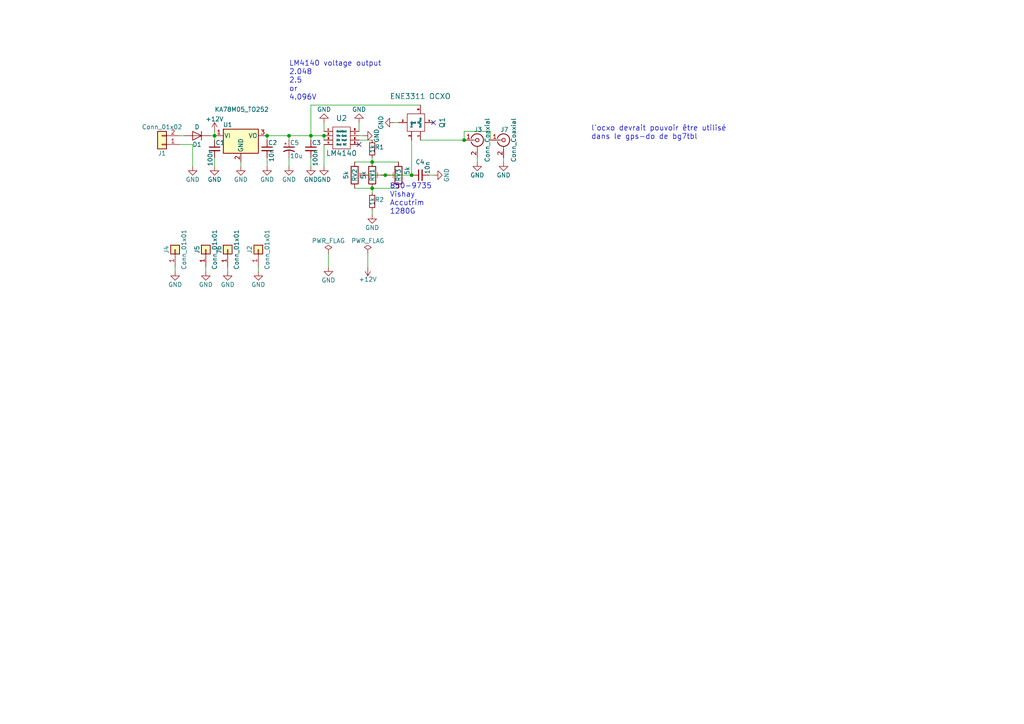
<source format=kicad_sch>
(kicad_sch (version 20211123) (generator eeschema)
  (paper "A4")
  (lib_symbols
    (symbol "ene3311:ENE3311" (pin_names (offset 1.016))
      (property "Reference" "Q" (at 0 8.89 0))
      (property "Value" "ene3311_ENE3311" (at 0 -6.35 0))
      (symbol "ENE3311_0_1"
        (rectangle (start -2.54 3.81) (end 2.54 -1.27))
      )
      (symbol "ENE3311_1_1"
        (pin input line (at 5.08 2.54 180) (length 2.4892) (name "Out") (number "1"))
        (pin input line (at 0 -3.81 90) (length 2.4892) (name "Gnd") (number "2"))
        (pin input line (at 5.08 0 180) (length 2.4892) (name "Vref") (number "3"))
        (pin input line (at 0 6.35 270) (length 2.4892) (name "NC") (number "4"))
        (pin input line (at -5.08 2.54 0) (length 2.4892) (name "Vcc") (number "5"))
      )
    )
    (symbol "lm4140:LM4140" (pin_names (offset 1.016))
      (property "Reference" "U" (at 0 12.7 0))
      (property "Value" "lm4140_LM4140" (at 0 -11.43 0))
      (symbol "LM4140_0_1"
        (rectangle (start -2.54 2.54) (end 2.54 -3.81))
      )
      (symbol "LM4140_1_1"
        (pin input line (at -5.08 1.27 0) (length 2.4892) (name "Gnd") (number "1"))
        (pin input line (at -5.08 0 0) (length 2.4892) (name "Vin") (number "2"))
        (pin input line (at -5.08 -1.27 0) (length 2.4892) (name "EN") (number "3"))
        (pin input line (at -5.08 -2.54 0) (length 2.4892) (name "Gnd") (number "4"))
        (pin input line (at 5.08 -2.54 180) (length 2.4892) (name "NC") (number "5"))
        (pin input line (at 5.08 -1.27 180) (length 2.4892) (name "Vref") (number "6"))
        (pin input line (at 5.08 0 180) (length 2.4892) (name "Gnd") (number "7"))
        (pin input line (at 5.08 1.27 180) (length 2.4892) (name "Gnd") (number "8"))
      )
    )
    (symbol "ocxo-rescue:+12V" (power) (pin_names (offset 0))
      (property "Value" "+12V" (at 0 3.556 0))
      (symbol "+12V_0_1"
        (polyline (pts (xy -0.762 1.27) (xy 0 2.54)))
        (polyline (pts (xy 0 0) (xy 0 2.54)))
        (polyline (pts (xy 0 2.54) (xy 0.762 1.27)))
      )
      (symbol "+12V_1_1"
        (pin power_in line (at 0 0 90) (length 0) hide (name "+12V") (number "1"))
      )
    )
    (symbol "ocxo-rescue:CP1_Small" (pin_numbers hide) (pin_names (offset 0.254) hide)
      (property "Reference" "C" (at 0.254 1.778 0))
      (property "Value" "CP1_Small" (at 0.254 -2.032 0))
      (symbol "CP1_Small_0_1"
        (polyline (pts (xy -1.524 0.508) (xy 1.524 0.508)) (stroke (width 0.3048)))
        (polyline (pts (xy -1.27 1.524) (xy -0.762 1.524)))
        (polyline (pts (xy -1.016 1.27) (xy -1.016 1.778)))
        (arc (start 1.524 -0.762) (mid 0 -0.3734) (end -1.524 -0.762) (stroke (width 0.3048)))
      )
      (symbol "CP1_Small_1_1"
        (pin passive line (at 0 2.54 270) (length 2.032) (name "~") (number "1"))
        (pin passive line (at 0 -2.54 90) (length 2.032) (name "~") (number "2"))
      )
    )
    (symbol "ocxo-rescue:C_Small" (pin_numbers hide) (pin_names (offset 0.254) hide)
      (property "Reference" "C" (at 0.254 1.778 0))
      (property "Value" "C_Small" (at 0.254 -2.032 0))
      (symbol "C_Small_0_1"
        (polyline (pts (xy -1.524 -0.508) (xy 1.524 -0.508)) (stroke (width 0.3302)))
        (polyline (pts (xy -1.524 0.508) (xy 1.524 0.508)) (stroke (width 0.3048)))
      )
      (symbol "C_Small_1_1"
        (pin passive line (at 0 2.54 270) (length 2.032) (name "~") (number "1"))
        (pin passive line (at 0 -2.54 90) (length 2.032) (name "~") (number "2"))
      )
    )
    (symbol "ocxo-rescue:Conn_01x01" (pin_names (offset 1.016) hide)
      (property "Reference" "J" (at 0 2.54 0))
      (property "Value" "Conn_01x01" (at 0 -2.54 0))
      (symbol "Conn_01x01_1_1"
        (rectangle (start -1.27 0.127) (end 0 -0.127) (stroke (width 0.1524)))
        (rectangle (start -1.27 1.27) (end 1.27 -1.27) (stroke (width 0.254)) (fill (type background)))
        (pin passive line (at -5.08 0 0) (length 3.81) (name "Pin_1") (number "1"))
      )
    )
    (symbol "ocxo-rescue:Conn_01x02" (pin_names (offset 1.016) hide)
      (property "Reference" "J" (at 0 2.54 0))
      (property "Value" "Conn_01x02" (at 0 -5.08 0))
      (symbol "Conn_01x02_1_1"
        (rectangle (start -1.27 -2.413) (end 0 -2.667) (stroke (width 0.1524)))
        (rectangle (start -1.27 0.127) (end 0 -0.127) (stroke (width 0.1524)))
        (rectangle (start -1.27 1.27) (end 1.27 -3.81) (stroke (width 0.254)) (fill (type background)))
        (pin passive line (at -5.08 0 0) (length 3.81) (name "Pin_1") (number "1"))
        (pin passive line (at -5.08 -2.54 0) (length 3.81) (name "Pin_2") (number "2"))
      )
    )
    (symbol "ocxo-rescue:Conn_Coaxial" (pin_names (offset 1.016) hide)
      (property "Reference" "J" (at 0.254 3.048 0))
      (property "Value" "Conn_Coaxial" (at 2.921 0 90))
      (symbol "Conn_Coaxial_0_1"
        (arc (start -1.778 -0.508) (mid 0.2311 -1.8066) (end 1.778 0) (stroke (width 0.254)))
        (polyline (pts (xy -1.27 0) (xy -0.508 0)))
        (polyline (pts (xy 0 -2.54) (xy 0 -1.778)))
        (circle (center 0 0) (radius 0.508) (stroke (width 0.2032)))
        (arc (start 1.778 0) (mid 0.2099 1.8101) (end -1.778 0.508) (stroke (width 0.254)))
      )
      (symbol "Conn_Coaxial_1_1"
        (pin passive line (at -3.81 0 0) (length 2.54) (name "In") (number "1"))
        (pin passive line (at 0 -5.08 90) (length 2.54) (name "Ext") (number "2"))
      )
    )
    (symbol "ocxo-rescue:D" (pin_numbers hide) (pin_names (offset 1.016) hide)
      (property "Reference" "D" (at 0 2.54 0))
      (property "Value" "D" (at 0 -2.54 0))
      (symbol "D_0_1"
        (polyline (pts (xy -1.27 1.27) (xy -1.27 -1.27)) (stroke (width 0.2032)))
        (polyline (pts (xy 1.27 0) (xy -1.27 0)))
        (polyline (pts (xy 1.27 1.27) (xy 1.27 -1.27) (xy -1.27 0) (xy 1.27 1.27)) (stroke (width 0.2032)))
      )
      (symbol "D_1_1"
        (pin passive line (at -3.81 0 0) (length 2.54) (name "K") (number "1"))
        (pin passive line (at 3.81 0 180) (length 2.54) (name "A") (number "2"))
      )
    )
    (symbol "ocxo-rescue:GND" (power) (pin_names (offset 0))
      (property "Value" "GND" (at 0 -3.81 0))
      (symbol "GND_0_1"
        (polyline (pts (xy 0 0) (xy 0 -1.27) (xy 1.27 -1.27) (xy 0 -2.54) (xy -1.27 -1.27) (xy 0 -1.27)))
      )
      (symbol "GND_1_1"
        (pin power_in line (at 0 0 270) (length 0) hide (name "GND") (number "1"))
      )
    )
    (symbol "ocxo-rescue:KA78M05_TO252" (pin_names (offset 0.254))
      (property "Reference" "U" (at -3.81 3.175 0))
      (property "Value" "KA78M05_TO252" (at 0 3.175 0))
      (symbol "KA78M05_TO252_0_1"
        (rectangle (start -5.08 1.905) (end 5.08 -5.08) (stroke (width 0.254)) (fill (type background)))
      )
      (symbol "KA78M05_TO252_1_1"
        (pin power_in line (at -7.62 0 0) (length 2.54) (name "VI") (number "1"))
        (pin power_in line (at 0 -7.62 90) (length 2.54) (name "GND") (number "2"))
        (pin power_out line (at 7.62 0 180) (length 2.54) (name "VO") (number "3"))
      )
    )
    (symbol "ocxo-rescue:POT_TRIM" (pin_numbers hide) (pin_names (offset 1.016) hide)
      (property "Reference" "RV" (at -4.445 0 90))
      (property "Value" "POT_TRIM" (at -2.54 0 90))
      (symbol "POT_TRIM_0_1"
        (polyline (pts (xy 1.524 0.762) (xy 1.524 -0.762)))
        (polyline (pts (xy 2.54 0) (xy 1.524 0)))
        (rectangle (start 1.016 2.54) (end -1.016 -2.54) (stroke (width 0.254)))
      )
      (symbol "POT_TRIM_1_1"
        (pin passive line (at 0 3.81 270) (length 1.27) (name "1") (number "1"))
        (pin passive line (at 3.81 0 180) (length 1.27) (name "2") (number "2"))
        (pin passive line (at 0 -3.81 90) (length 1.27) (name "3") (number "3"))
      )
    )
    (symbol "ocxo-rescue:PWR_FLAG" (power) (pin_numbers hide) (pin_names (offset 0) hide)
      (property "Value" "PWR_FLAG" (at 0 3.81 0))
      (symbol "PWR_FLAG_0_0"
        (pin power_out line (at 0 0 90) (length 0) (name "pwr") (number "1"))
      )
      (symbol "PWR_FLAG_0_1"
        (polyline (pts (xy 0 0) (xy 0 1.27) (xy -1.016 1.905) (xy 0 2.54) (xy 1.016 1.905) (xy 0 1.27)))
      )
    )
    (symbol "ocxo-rescue:R_Small" (pin_numbers hide) (pin_names (offset 0.254) hide)
      (property "Reference" "R" (at 0.762 0.508 0))
      (property "Value" "R_Small" (at 0.762 -1.016 0))
      (symbol "R_Small_0_1"
        (rectangle (start -0.762 1.778) (end 0.762 -1.778) (stroke (width 0.2032)))
      )
      (symbol "R_Small_1_1"
        (pin passive line (at 0 2.54 270) (length 0.762) (name "~") (number "1"))
        (pin passive line (at 0 -2.54 90) (length 0.762) (name "~") (number "2"))
      )
    )
  )
  (junction (at 93.98 39.37))
  (junction (at 119.38 50.8))
  (junction (at 62.23 39.37))
  (junction (at 107.95 54.61))
  (junction (at 90.17 39.37))
  (junction (at 107.95 46.99))
  (junction (at 134.62 40.64))
  (junction (at 77.47 39.37))
  (junction (at 111.76 50.8))
  (junction (at 83.82 39.37))
  (no_connect (at 125.73 35.56))
  (no_connect (at 104.14 41.91))
  (wire (pts (xy 107.95 60.96) (xy 107.95 62.23)))
  (wire (pts (xy 50.8 77.47) (xy 50.8 78.74)))
  (wire (pts (xy 102.87 46.99) (xy 107.95 46.99)))
  (wire (pts (xy 55.88 41.91) (xy 55.88 48.26)))
  (wire (pts (xy 107.95 54.61) (xy 115.57 54.61)))
  (wire (pts (xy 62.23 45.72) (xy 62.23 48.26)))
  (wire (pts (xy 142.24 40.64) (xy 142.24 38.1)))
  (wire (pts (xy 124.46 50.8) (xy 125.73 50.8)))
  (wire (pts (xy 104.14 35.56) (xy 104.14 38.1)))
  (wire (pts (xy 134.62 38.1) (xy 134.62 40.64)))
  (wire (pts (xy 95.25 73.66) (xy 95.25 77.47)))
  (wire (pts (xy 69.85 48.26) (xy 69.85 46.99)))
  (wire (pts (xy 142.24 38.1) (xy 134.62 38.1)))
  (wire (pts (xy 90.17 30.48) (xy 90.17 39.37)))
  (wire (pts (xy 62.23 39.37) (xy 60.96 39.37)))
  (wire (pts (xy 107.95 54.61) (xy 107.95 55.88)))
  (wire (pts (xy 115.57 35.56) (xy 114.3 35.56)))
  (wire (pts (xy 90.17 39.37) (xy 90.17 40.64)))
  (wire (pts (xy 93.98 41.91) (xy 93.98 48.26)))
  (wire (pts (xy 93.98 39.37) (xy 93.98 40.64)))
  (wire (pts (xy 62.23 38.1) (xy 62.23 39.37)))
  (wire (pts (xy 90.17 45.72) (xy 90.17 48.26)))
  (wire (pts (xy 62.23 39.37) (xy 62.23 40.64)))
  (wire (pts (xy 107.95 46.99) (xy 115.57 46.99)))
  (wire (pts (xy 102.87 54.61) (xy 107.95 54.61)))
  (wire (pts (xy 59.69 77.47) (xy 59.69 78.74)))
  (wire (pts (xy 77.47 45.72) (xy 77.47 48.26)))
  (wire (pts (xy 83.82 45.72) (xy 83.82 48.26)))
  (wire (pts (xy 121.92 40.64) (xy 134.62 40.64)))
  (wire (pts (xy 90.17 39.37) (xy 93.98 39.37)))
  (wire (pts (xy 107.95 40.64) (xy 104.14 40.64)))
  (wire (pts (xy 93.98 35.56) (xy 93.98 38.1)))
  (wire (pts (xy 66.04 77.47) (xy 66.04 78.74)))
  (wire (pts (xy 107.95 45.72) (xy 107.95 46.99)))
  (wire (pts (xy 106.68 73.66) (xy 106.68 77.47)))
  (wire (pts (xy 83.82 39.37) (xy 90.17 39.37)))
  (wire (pts (xy 77.47 39.37) (xy 77.47 40.64)))
  (wire (pts (xy 83.82 40.64) (xy 83.82 39.37)))
  (wire (pts (xy 138.43 45.72) (xy 138.43 46.99)))
  (wire (pts (xy 121.92 30.48) (xy 90.17 30.48)))
  (wire (pts (xy 119.38 50.8) (xy 119.38 40.64)))
  (wire (pts (xy 111.76 50.8) (xy 119.38 50.8)))
  (wire (pts (xy 55.88 41.91) (xy 52.07 41.91)))
  (wire (pts (xy 106.68 50.8) (xy 111.76 50.8)))
  (wire (pts (xy 74.93 77.47) (xy 74.93 78.74)))
  (wire (pts (xy 77.47 39.37) (xy 83.82 39.37)))
  (wire (pts (xy 105.41 39.37) (xy 104.14 39.37)))
  (wire (pts (xy 53.34 39.37) (xy 52.07 39.37)))
  (wire (pts (xy 146.05 45.72) (xy 146.05 46.99)))
  (text "LM4140 voltage output\n2.048\n2.5\nor \n4.096V \n" (at 83.82 29.21 0) (effects (font (size 1.524 1.524)) (justify left bottom)))
  (text "850-9735\nVishay \nAccutrim \n1280G\n\n" (at 113.03 64.77 0) (effects (font (size 1.524 1.524)) (justify left bottom)))
  (text "l'ocxo devrait pouvoir être utilisé \ndans le gps-do de bg7tbl" (at 171.45 40.64 0) (effects (font (size 1.524 1.524)) (justify left bottom)))
  (symbol (lib_id "ocxo-rescue:KA78M05_TO252") (at 69.85 39.37 0) (unit 1)
    (property "Reference" "U1" (at 66.04 36.195 0))
    (property "Value" "KA78M05_TO252" (at 62.23 31.75 0) (effects (justify left)))
    (property "Footprint" "TO_SOT_Packages_SMD:TO-252-2Lead" (effects hide))
  )
  (symbol (lib_id "ene3311:ENE3311") (at 119.38 35.56 270) (unit 1)
    (property "Reference" "Q1" (at 128.27 35.56 0) (effects (font (size 1.524 1.524))))
    (property "Value" "ENE3311 OCXO" (at 121.92 27.94 90) (effects (font (size 1.524 1.524))))
    (property "Footprint" "ENE3311:ENE3311" (effects hide))
  )
  (symbol (lib_id "lm4140:LM4140") (at 99.06 39.37 0) (unit 1)
    (property "Reference" "U2" (at 99.06 34.29 0) (effects (font (size 1.524 1.524))))
    (property "Value" "LM4140" (at 99.06 44.45 0) (effects (font (size 1.524 1.524))))
    (property "Footprint" "SMD_Packages:SOIC-8-N" (effects hide))
  )
  (symbol (lib_id "ocxo-rescue:C_Small") (at 77.47 43.18 0) (unit 1)
    (property "Reference" "C2" (at 77.724 41.402 0) (effects (justify left)))
    (property "Value" "10n" (at 78.74 46.99 90) (effects (justify left)))
    (property "Footprint" "Capacitors_SMD:C_0805_HandSoldering" (effects hide))
  )
  (symbol (lib_id "ocxo-rescue:C_Small") (at 90.17 43.18 0) (unit 1)
    (property "Reference" "C3" (at 90.424 41.402 0) (effects (justify left)))
    (property "Value" "100n" (at 91.44 48.26 90) (effects (justify left)))
    (property "Footprint" "Capacitors_SMD:C_1206_HandSoldering" (effects hide))
  )
  (symbol (lib_id "ocxo-rescue:C_Small") (at 62.23 43.18 0) (unit 1)
    (property "Reference" "C1" (at 62.484 41.402 0) (effects (justify left)))
    (property "Value" "100n" (at 60.96 48.26 90) (effects (justify left)))
    (property "Footprint" "Capacitors_SMD:C_1206_HandSoldering" (effects hide))
  )
  (symbol (lib_id "ocxo-rescue:GND") (at 95.25 77.47 0) (unit 1)
    (property "Reference" "#PWR01" (effects hide))
    (property "Value" "GND" (at 95.25 81.28 0))
  )
  (symbol (lib_id "ocxo-rescue:PWR_FLAG") (at 95.25 73.66 0) (unit 1)
    (property "Reference" "#FLG02" (effects hide))
    (property "Value" "PWR_FLAG" (at 95.25 69.85 0))
  )
  (symbol (lib_id "ocxo-rescue:+12V") (at 106.68 77.47 180) (unit 1)
    (property "Reference" "#PWR03" (effects hide))
    (property "Value" "+12V" (at 106.68 81.026 0))
  )
  (symbol (lib_id "ocxo-rescue:+12V") (at 62.23 38.1 0) (unit 1)
    (property "Reference" "#PWR04" (effects hide))
    (property "Value" "+12V" (at 62.23 34.544 0))
  )
  (symbol (lib_id "ocxo-rescue:GND") (at 93.98 48.26 0) (unit 1)
    (property "Reference" "#PWR05" (effects hide))
    (property "Value" "GND" (at 93.98 52.07 0))
  )
  (symbol (lib_id "ocxo-rescue:GND") (at 62.23 48.26 0) (unit 1)
    (property "Reference" "#PWR06" (effects hide))
    (property "Value" "GND" (at 62.23 52.07 0))
  )
  (symbol (lib_id "ocxo-rescue:GND") (at 77.47 48.26 0) (unit 1)
    (property "Reference" "#PWR07" (effects hide))
    (property "Value" "GND" (at 77.47 52.07 0))
  )
  (symbol (lib_id "ocxo-rescue:GND") (at 90.17 48.26 0) (unit 1)
    (property "Reference" "#PWR08" (effects hide))
    (property "Value" "GND" (at 90.17 52.07 0))
  )
  (symbol (lib_id "ocxo-rescue:GND") (at 93.98 35.56 180) (unit 1)
    (property "Reference" "#PWR09" (effects hide))
    (property "Value" "GND" (at 93.98 31.75 0))
  )
  (symbol (lib_id "ocxo-rescue:GND") (at 104.14 35.56 180) (unit 1)
    (property "Reference" "#PWR010" (effects hide))
    (property "Value" "GND" (at 104.14 31.75 0))
  )
  (symbol (lib_id "ocxo-rescue:GND") (at 105.41 39.37 90) (unit 1)
    (property "Reference" "#PWR011" (effects hide))
    (property "Value" "GND" (at 109.22 39.37 0))
  )
  (symbol (lib_id "ocxo-rescue:GND") (at 69.85 48.26 0) (unit 1)
    (property "Reference" "#PWR012" (effects hide))
    (property "Value" "GND" (at 69.85 52.07 0))
  )
  (symbol (lib_id "ocxo-rescue:GND") (at 114.3 35.56 270) (unit 1)
    (property "Reference" "#PWR013" (effects hide))
    (property "Value" "GND" (at 110.49 35.56 0))
  )
  (symbol (lib_id "ocxo-rescue:R_Small") (at 107.95 43.18 0) (unit 1)
    (property "Reference" "R1" (at 108.712 42.672 0) (effects (justify left)))
    (property "Value" "1k" (at 107.95 44.45 90) (effects (justify left)))
    (property "Footprint" "Resistors_SMD:R_0805_HandSoldering" (effects hide))
  )
  (symbol (lib_id "ocxo-rescue:R_Small") (at 107.95 58.42 0) (unit 1)
    (property "Reference" "R2" (at 108.712 57.912 0) (effects (justify left)))
    (property "Value" "1k" (at 107.95 59.69 90) (effects (justify left)))
    (property "Footprint" "Resistors_SMD:R_0805_HandSoldering" (effects hide))
  )
  (symbol (lib_id "ocxo-rescue:POT_TRIM") (at 107.95 50.8 0) (unit 1)
    (property "Reference" "RV1" (at 107.95 50.8 90))
    (property "Value" "5k" (at 105.41 50.8 90))
    (property "Footprint" "Potentiometers:Potentiometer_Trimmer_Vishay_43" (effects hide))
  )
  (symbol (lib_id "ocxo-rescue:GND") (at 107.95 62.23 0) (unit 1)
    (property "Reference" "#PWR014" (effects hide))
    (property "Value" "GND" (at 107.95 66.04 0))
  )
  (symbol (lib_id "ocxo-rescue:C_Small") (at 121.92 50.8 90) (unit 1)
    (property "Reference" "C4" (at 123.19 46.99 90) (effects (justify left)))
    (property "Value" "10n" (at 123.952 50.546 0) (effects (justify left)))
    (property "Footprint" "Capacitors_SMD:C_0805_HandSoldering" (effects hide))
  )
  (symbol (lib_id "ocxo-rescue:GND") (at 125.73 50.8 90) (unit 1)
    (property "Reference" "#PWR015" (effects hide))
    (property "Value" "GND" (at 129.54 50.8 0))
  )
  (symbol (lib_id "ocxo-rescue:GND") (at 55.88 48.26 0) (unit 1)
    (property "Reference" "#PWR016" (effects hide))
    (property "Value" "GND" (at 55.88 52.07 0))
  )
  (symbol (lib_id "ocxo-rescue:GND") (at 138.43 46.99 0) (unit 1)
    (property "Reference" "#PWR017" (effects hide))
    (property "Value" "GND" (at 138.43 50.8 0))
  )
  (symbol (lib_id "ocxo-rescue:Conn_01x01") (at 74.93 72.39 90) (unit 1)
    (property "Reference" "J2" (at 72.39 72.39 0))
    (property "Value" "Conn_01x01" (at 77.47 72.39 0))
    (property "Footprint" "MountingHole:MountingHole_3.2mm_M3_ISO14580_Pad" (effects hide))
  )
  (symbol (lib_id "ocxo-rescue:GND") (at 74.93 78.74 0) (unit 1)
    (property "Reference" "#PWR018" (effects hide))
    (property "Value" "GND" (at 74.93 82.55 0))
  )
  (symbol (lib_id "ocxo-rescue:PWR_FLAG") (at 106.68 73.66 0) (unit 1)
    (property "Reference" "#FLG019" (effects hide))
    (property "Value" "PWR_FLAG" (at 106.68 69.85 0))
  )
  (symbol (lib_id "ocxo-rescue:Conn_Coaxial") (at 138.43 40.64 0) (unit 1)
    (property "Reference" "J3" (at 138.684 37.592 0))
    (property "Value" "Conn_Coaxial" (at 141.351 40.64 90))
    (property "Footprint" "SMA_PINS:SMA_PINS" (effects hide))
  )
  (symbol (lib_id "ocxo-rescue:Conn_01x02") (at 46.99 41.91 180) (unit 1)
    (property "Reference" "J1" (at 46.99 44.45 0))
    (property "Value" "Conn_01x02" (at 46.99 36.83 0))
    (property "Footprint" "Connectors_Molex:Molex_KK-6410-02_02x2.54mm_Straight" (effects hide))
  )
  (symbol (lib_id "ocxo-rescue:D") (at 57.15 39.37 180) (unit 1)
    (property "Reference" "D1" (at 57.15 41.91 0))
    (property "Value" "D" (at 57.15 36.83 0))
    (property "Footprint" "Diodes_SMD:D_SMB_Handsoldering" (effects hide))
  )
  (symbol (lib_id "ocxo-rescue:CP1_Small") (at 83.82 43.18 0) (unit 1)
    (property "Reference" "C5" (at 84.074 41.402 0) (effects (justify left)))
    (property "Value" "10u" (at 84.074 45.212 0) (effects (justify left)))
    (property "Footprint" "Capacitors_Tantalum_SMD:CP_Tantalum_Case-C_EIA-6032-28_Hand" (effects hide))
  )
  (symbol (lib_id "ocxo-rescue:GND") (at 83.82 48.26 0) (unit 1)
    (property "Reference" "#PWR020" (effects hide))
    (property "Value" "GND" (at 83.82 52.07 0))
  )
  (symbol (lib_id "ocxo-rescue:GND") (at 146.05 46.99 0) (unit 1)
    (property "Reference" "#PWR021" (effects hide))
    (property "Value" "GND" (at 146.05 50.8 0))
  )
  (symbol (lib_id "ocxo-rescue:Conn_Coaxial") (at 146.05 40.64 0) (unit 1)
    (property "Reference" "J7" (at 146.304 37.592 0))
    (property "Value" "Conn_Coaxial" (at 148.971 40.64 90))
    (property "Footprint" "SMA_PINS:SMA_EDGE_NRW" (effects hide))
  )
  (symbol (lib_id "ocxo-rescue:Conn_01x01") (at 66.04 72.39 90) (unit 1)
    (property "Reference" "J6" (at 63.5 72.39 0))
    (property "Value" "Conn_01x01" (at 68.58 72.39 0))
    (property "Footprint" "MountingHole:MountingHole_3.2mm_M3_ISO14580_Pad" (effects hide))
  )
  (symbol (lib_id "ocxo-rescue:GND") (at 66.04 78.74 0) (unit 1)
    (property "Reference" "#PWR022" (effects hide))
    (property "Value" "GND" (at 66.04 82.55 0))
  )
  (symbol (lib_id "ocxo-rescue:Conn_01x01") (at 59.69 72.39 90) (unit 1)
    (property "Reference" "J5" (at 57.15 72.39 0))
    (property "Value" "Conn_01x01" (at 62.23 72.39 0))
    (property "Footprint" "MountingHole:MountingHole_3.2mm_M3_ISO14580_Pad" (effects hide))
  )
  (symbol (lib_id "ocxo-rescue:GND") (at 59.69 78.74 0) (unit 1)
    (property "Reference" "#PWR023" (effects hide))
    (property "Value" "GND" (at 59.69 82.55 0))
  )
  (symbol (lib_id "ocxo-rescue:Conn_01x01") (at 50.8 72.39 90) (unit 1)
    (property "Reference" "J4" (at 48.26 72.39 0))
    (property "Value" "Conn_01x01" (at 53.34 72.39 0))
    (property "Footprint" "MountingHole:MountingHole_3.2mm_M3_ISO14580_Pad" (effects hide))
  )
  (symbol (lib_id "ocxo-rescue:GND") (at 50.8 78.74 0) (unit 1)
    (property "Reference" "#PWR024" (effects hide))
    (property "Value" "GND" (at 50.8 82.55 0))
  )
  (symbol (lib_id "ocxo-rescue:POT_TRIM") (at 102.87 50.8 0) (unit 1)
    (property "Reference" "RV2" (at 102.87 50.8 90))
    (property "Value" "5k" (at 100.33 50.8 90))
    (property "Footprint" "Potentiometers:Potentiometer_Trimmer_Bourns_3299Y" (effects hide))
  )
  (symbol (lib_id "ocxo-rescue:POT_TRIM") (at 115.57 50.8 180) (unit 1)
    (property "Reference" "RV3" (at 115.57 50.8 90))
    (property "Value" "5k" (at 118.11 49.53 90))
    (property "Footprint" "Potentiometers:Potentiometer_Trimmer_Bourns_3299W" (effects hide))
  )
)
</source>
